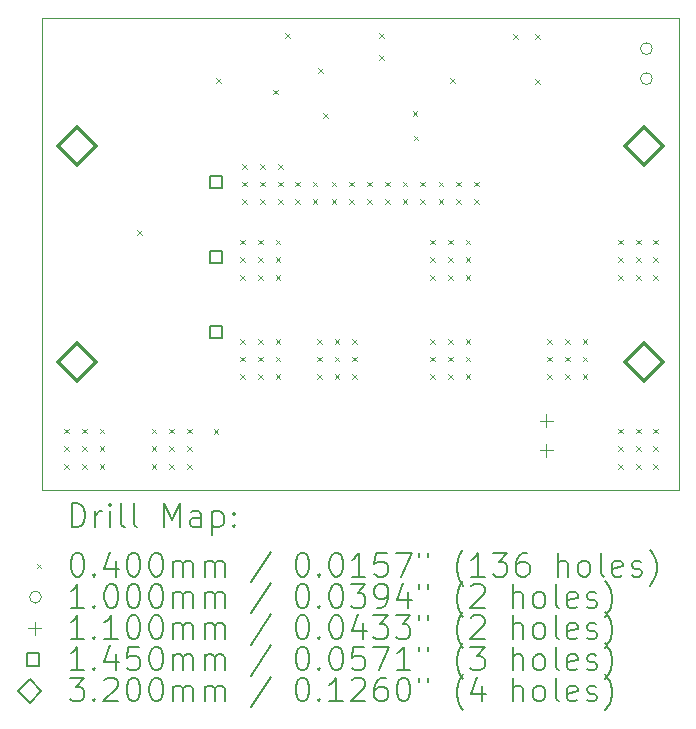
<source format=gbr>
%TF.GenerationSoftware,KiCad,Pcbnew,(6.0.8)*%
%TF.CreationDate,2022-10-20T22:21:02+02:00*%
%TF.ProjectId,WDSSR,57445353-522e-46b6-9963-61645f706362,rev?*%
%TF.SameCoordinates,PX7270e00PY4c4b400*%
%TF.FileFunction,Drillmap*%
%TF.FilePolarity,Positive*%
%FSLAX45Y45*%
G04 Gerber Fmt 4.5, Leading zero omitted, Abs format (unit mm)*
G04 Created by KiCad (PCBNEW (6.0.8)) date 2022-10-20 22:21:02*
%MOMM*%
%LPD*%
G01*
G04 APERTURE LIST*
%ADD10C,0.050000*%
%ADD11C,0.200000*%
%ADD12C,0.040000*%
%ADD13C,0.100000*%
%ADD14C,0.110000*%
%ADD15C,0.145000*%
%ADD16C,0.320000*%
G04 APERTURE END LIST*
D10*
X0Y-4000000D02*
X5400000Y-4000000D01*
X0Y0D02*
X5400000Y0D01*
X0Y0D02*
X0Y-4000000D01*
X5400000Y0D02*
X5400000Y-4000000D01*
D11*
D12*
X190000Y-3480000D02*
X230000Y-3520000D01*
X230000Y-3480000D02*
X190000Y-3520000D01*
X190000Y-3630000D02*
X230000Y-3670000D01*
X230000Y-3630000D02*
X190000Y-3670000D01*
X190000Y-3780000D02*
X230000Y-3820000D01*
X230000Y-3780000D02*
X190000Y-3820000D01*
X340000Y-3480000D02*
X380000Y-3520000D01*
X380000Y-3480000D02*
X340000Y-3520000D01*
X340000Y-3630000D02*
X380000Y-3670000D01*
X380000Y-3630000D02*
X340000Y-3670000D01*
X340000Y-3780000D02*
X380000Y-3820000D01*
X380000Y-3780000D02*
X340000Y-3820000D01*
X490000Y-3480000D02*
X530000Y-3520000D01*
X530000Y-3480000D02*
X490000Y-3520000D01*
X490000Y-3630000D02*
X530000Y-3670000D01*
X530000Y-3630000D02*
X490000Y-3670000D01*
X490000Y-3780000D02*
X530000Y-3820000D01*
X530000Y-3780000D02*
X490000Y-3820000D01*
X810000Y-1800000D02*
X850000Y-1840000D01*
X850000Y-1800000D02*
X810000Y-1840000D01*
X930000Y-3480000D02*
X970000Y-3520000D01*
X970000Y-3480000D02*
X930000Y-3520000D01*
X930000Y-3630000D02*
X970000Y-3670000D01*
X970000Y-3630000D02*
X930000Y-3670000D01*
X930000Y-3780000D02*
X970000Y-3820000D01*
X970000Y-3780000D02*
X930000Y-3820000D01*
X1080000Y-3480000D02*
X1120000Y-3520000D01*
X1120000Y-3480000D02*
X1080000Y-3520000D01*
X1080000Y-3630000D02*
X1120000Y-3670000D01*
X1120000Y-3630000D02*
X1080000Y-3670000D01*
X1080000Y-3780000D02*
X1120000Y-3820000D01*
X1120000Y-3780000D02*
X1080000Y-3820000D01*
X1230000Y-3480000D02*
X1270000Y-3520000D01*
X1270000Y-3480000D02*
X1230000Y-3520000D01*
X1230000Y-3630000D02*
X1270000Y-3670000D01*
X1270000Y-3630000D02*
X1230000Y-3670000D01*
X1230000Y-3780000D02*
X1270000Y-3820000D01*
X1270000Y-3780000D02*
X1230000Y-3820000D01*
X1455000Y-3485000D02*
X1495000Y-3525000D01*
X1495000Y-3485000D02*
X1455000Y-3525000D01*
X1480000Y-510000D02*
X1520000Y-550000D01*
X1520000Y-510000D02*
X1480000Y-550000D01*
X1680000Y-1880000D02*
X1720000Y-1920000D01*
X1720000Y-1880000D02*
X1680000Y-1920000D01*
X1680000Y-2030000D02*
X1720000Y-2070000D01*
X1720000Y-2030000D02*
X1680000Y-2070000D01*
X1680000Y-2180000D02*
X1720000Y-2220000D01*
X1720000Y-2180000D02*
X1680000Y-2220000D01*
X1680000Y-2720000D02*
X1720000Y-2760000D01*
X1720000Y-2720000D02*
X1680000Y-2760000D01*
X1680000Y-2870000D02*
X1720000Y-2910000D01*
X1720000Y-2870000D02*
X1680000Y-2910000D01*
X1680000Y-3020000D02*
X1720000Y-3060000D01*
X1720000Y-3020000D02*
X1680000Y-3060000D01*
X1700000Y-1240000D02*
X1740000Y-1280000D01*
X1740000Y-1240000D02*
X1700000Y-1280000D01*
X1700000Y-1390000D02*
X1740000Y-1430000D01*
X1740000Y-1390000D02*
X1700000Y-1430000D01*
X1700000Y-1540000D02*
X1740000Y-1580000D01*
X1740000Y-1540000D02*
X1700000Y-1580000D01*
X1830000Y-1880000D02*
X1870000Y-1920000D01*
X1870000Y-1880000D02*
X1830000Y-1920000D01*
X1830000Y-2030000D02*
X1870000Y-2070000D01*
X1870000Y-2030000D02*
X1830000Y-2070000D01*
X1830000Y-2180000D02*
X1870000Y-2220000D01*
X1870000Y-2180000D02*
X1830000Y-2220000D01*
X1830000Y-2720000D02*
X1870000Y-2760000D01*
X1870000Y-2720000D02*
X1830000Y-2760000D01*
X1830000Y-2870000D02*
X1870000Y-2910000D01*
X1870000Y-2870000D02*
X1830000Y-2910000D01*
X1830000Y-3020000D02*
X1870000Y-3060000D01*
X1870000Y-3020000D02*
X1830000Y-3060000D01*
X1850000Y-1240000D02*
X1890000Y-1280000D01*
X1890000Y-1240000D02*
X1850000Y-1280000D01*
X1850000Y-1390000D02*
X1890000Y-1430000D01*
X1890000Y-1390000D02*
X1850000Y-1430000D01*
X1850000Y-1540000D02*
X1890000Y-1580000D01*
X1890000Y-1540000D02*
X1850000Y-1580000D01*
X1960000Y-610000D02*
X2000000Y-650000D01*
X2000000Y-610000D02*
X1960000Y-650000D01*
X1980000Y-1880000D02*
X2020000Y-1920000D01*
X2020000Y-1880000D02*
X1980000Y-1920000D01*
X1980000Y-2030000D02*
X2020000Y-2070000D01*
X2020000Y-2030000D02*
X1980000Y-2070000D01*
X1980000Y-2180000D02*
X2020000Y-2220000D01*
X2020000Y-2180000D02*
X1980000Y-2220000D01*
X1980000Y-2720000D02*
X2020000Y-2760000D01*
X2020000Y-2720000D02*
X1980000Y-2760000D01*
X1980000Y-2870000D02*
X2020000Y-2910000D01*
X2020000Y-2870000D02*
X1980000Y-2910000D01*
X1980000Y-3020000D02*
X2020000Y-3060000D01*
X2020000Y-3020000D02*
X1980000Y-3060000D01*
X2000000Y-1240000D02*
X2040000Y-1280000D01*
X2040000Y-1240000D02*
X2000000Y-1280000D01*
X2000000Y-1390000D02*
X2040000Y-1430000D01*
X2040000Y-1390000D02*
X2000000Y-1430000D01*
X2000000Y-1540000D02*
X2040000Y-1580000D01*
X2040000Y-1540000D02*
X2000000Y-1580000D01*
X2060000Y-130000D02*
X2100000Y-170000D01*
X2100000Y-130000D02*
X2060000Y-170000D01*
X2145000Y-1390000D02*
X2185000Y-1430000D01*
X2185000Y-1390000D02*
X2145000Y-1430000D01*
X2145000Y-1540000D02*
X2185000Y-1580000D01*
X2185000Y-1540000D02*
X2145000Y-1580000D01*
X2295000Y-1390000D02*
X2335000Y-1430000D01*
X2335000Y-1390000D02*
X2295000Y-1430000D01*
X2295000Y-1540000D02*
X2335000Y-1580000D01*
X2335000Y-1540000D02*
X2295000Y-1580000D01*
X2330000Y-2720000D02*
X2370000Y-2760000D01*
X2370000Y-2720000D02*
X2330000Y-2760000D01*
X2330000Y-2870000D02*
X2370000Y-2910000D01*
X2370000Y-2870000D02*
X2330000Y-2910000D01*
X2330000Y-3020000D02*
X2370000Y-3060000D01*
X2370000Y-3020000D02*
X2330000Y-3060000D01*
X2340000Y-430000D02*
X2380000Y-470000D01*
X2380000Y-430000D02*
X2340000Y-470000D01*
X2380000Y-810000D02*
X2420000Y-850000D01*
X2420000Y-810000D02*
X2380000Y-850000D01*
X2455000Y-1390000D02*
X2495000Y-1430000D01*
X2495000Y-1390000D02*
X2455000Y-1430000D01*
X2455000Y-1540000D02*
X2495000Y-1580000D01*
X2495000Y-1540000D02*
X2455000Y-1580000D01*
X2480000Y-2720000D02*
X2520000Y-2760000D01*
X2520000Y-2720000D02*
X2480000Y-2760000D01*
X2480000Y-2870000D02*
X2520000Y-2910000D01*
X2520000Y-2870000D02*
X2480000Y-2910000D01*
X2480000Y-3020000D02*
X2520000Y-3060000D01*
X2520000Y-3020000D02*
X2480000Y-3060000D01*
X2605000Y-1390000D02*
X2645000Y-1430000D01*
X2645000Y-1390000D02*
X2605000Y-1430000D01*
X2605000Y-1540000D02*
X2645000Y-1580000D01*
X2645000Y-1540000D02*
X2605000Y-1580000D01*
X2630000Y-2720000D02*
X2670000Y-2760000D01*
X2670000Y-2720000D02*
X2630000Y-2760000D01*
X2630000Y-2870000D02*
X2670000Y-2910000D01*
X2670000Y-2870000D02*
X2630000Y-2910000D01*
X2630000Y-3020000D02*
X2670000Y-3060000D01*
X2670000Y-3020000D02*
X2630000Y-3060000D01*
X2755000Y-1390000D02*
X2795000Y-1430000D01*
X2795000Y-1390000D02*
X2755000Y-1430000D01*
X2755000Y-1540000D02*
X2795000Y-1580000D01*
X2795000Y-1540000D02*
X2755000Y-1580000D01*
X2860000Y-130000D02*
X2900000Y-170000D01*
X2900000Y-130000D02*
X2860000Y-170000D01*
X2860000Y-320000D02*
X2900000Y-360000D01*
X2900000Y-320000D02*
X2860000Y-360000D01*
X2905000Y-1390000D02*
X2945000Y-1430000D01*
X2945000Y-1390000D02*
X2905000Y-1430000D01*
X2905000Y-1540000D02*
X2945000Y-1580000D01*
X2945000Y-1540000D02*
X2905000Y-1580000D01*
X3055000Y-1390000D02*
X3095000Y-1430000D01*
X3095000Y-1390000D02*
X3055000Y-1430000D01*
X3055000Y-1540000D02*
X3095000Y-1580000D01*
X3095000Y-1540000D02*
X3055000Y-1580000D01*
X3140000Y-790000D02*
X3180000Y-830000D01*
X3180000Y-790000D02*
X3140000Y-830000D01*
X3150000Y-1000000D02*
X3190000Y-1040000D01*
X3190000Y-1000000D02*
X3150000Y-1040000D01*
X3205000Y-1390000D02*
X3245000Y-1430000D01*
X3245000Y-1390000D02*
X3205000Y-1430000D01*
X3205000Y-1540000D02*
X3245000Y-1580000D01*
X3245000Y-1540000D02*
X3205000Y-1580000D01*
X3290000Y-1880000D02*
X3330000Y-1920000D01*
X3330000Y-1880000D02*
X3290000Y-1920000D01*
X3290000Y-2030000D02*
X3330000Y-2070000D01*
X3330000Y-2030000D02*
X3290000Y-2070000D01*
X3290000Y-2180000D02*
X3330000Y-2220000D01*
X3330000Y-2180000D02*
X3290000Y-2220000D01*
X3290000Y-2720000D02*
X3330000Y-2760000D01*
X3330000Y-2720000D02*
X3290000Y-2760000D01*
X3290000Y-2870000D02*
X3330000Y-2910000D01*
X3330000Y-2870000D02*
X3290000Y-2910000D01*
X3290000Y-3020000D02*
X3330000Y-3060000D01*
X3330000Y-3020000D02*
X3290000Y-3060000D01*
X3360000Y-1390000D02*
X3400000Y-1430000D01*
X3400000Y-1390000D02*
X3360000Y-1430000D01*
X3360000Y-1540000D02*
X3400000Y-1580000D01*
X3400000Y-1540000D02*
X3360000Y-1580000D01*
X3440000Y-1880000D02*
X3480000Y-1920000D01*
X3480000Y-1880000D02*
X3440000Y-1920000D01*
X3440000Y-2030000D02*
X3480000Y-2070000D01*
X3480000Y-2030000D02*
X3440000Y-2070000D01*
X3440000Y-2180000D02*
X3480000Y-2220000D01*
X3480000Y-2180000D02*
X3440000Y-2220000D01*
X3440000Y-2720000D02*
X3480000Y-2760000D01*
X3480000Y-2720000D02*
X3440000Y-2760000D01*
X3440000Y-2870000D02*
X3480000Y-2910000D01*
X3480000Y-2870000D02*
X3440000Y-2910000D01*
X3440000Y-3020000D02*
X3480000Y-3060000D01*
X3480000Y-3020000D02*
X3440000Y-3060000D01*
X3460000Y-510000D02*
X3500000Y-550000D01*
X3500000Y-510000D02*
X3460000Y-550000D01*
X3510000Y-1390000D02*
X3550000Y-1430000D01*
X3550000Y-1390000D02*
X3510000Y-1430000D01*
X3510000Y-1540000D02*
X3550000Y-1580000D01*
X3550000Y-1540000D02*
X3510000Y-1580000D01*
X3590000Y-1880000D02*
X3630000Y-1920000D01*
X3630000Y-1880000D02*
X3590000Y-1920000D01*
X3590000Y-2030000D02*
X3630000Y-2070000D01*
X3630000Y-2030000D02*
X3590000Y-2070000D01*
X3590000Y-2180000D02*
X3630000Y-2220000D01*
X3630000Y-2180000D02*
X3590000Y-2220000D01*
X3590000Y-2720000D02*
X3630000Y-2760000D01*
X3630000Y-2720000D02*
X3590000Y-2760000D01*
X3590000Y-2870000D02*
X3630000Y-2910000D01*
X3630000Y-2870000D02*
X3590000Y-2910000D01*
X3590000Y-3020000D02*
X3630000Y-3060000D01*
X3630000Y-3020000D02*
X3590000Y-3060000D01*
X3660000Y-1390000D02*
X3700000Y-1430000D01*
X3700000Y-1390000D02*
X3660000Y-1430000D01*
X3660000Y-1540000D02*
X3700000Y-1580000D01*
X3700000Y-1540000D02*
X3660000Y-1580000D01*
X3990000Y-140000D02*
X4030000Y-180000D01*
X4030000Y-140000D02*
X3990000Y-180000D01*
X4180000Y-140000D02*
X4220000Y-180000D01*
X4220000Y-140000D02*
X4180000Y-180000D01*
X4180000Y-520000D02*
X4220000Y-560000D01*
X4220000Y-520000D02*
X4180000Y-560000D01*
X4280000Y-2720000D02*
X4320000Y-2760000D01*
X4320000Y-2720000D02*
X4280000Y-2760000D01*
X4280000Y-2870000D02*
X4320000Y-2910000D01*
X4320000Y-2870000D02*
X4280000Y-2910000D01*
X4280000Y-3020000D02*
X4320000Y-3060000D01*
X4320000Y-3020000D02*
X4280000Y-3060000D01*
X4430000Y-2720000D02*
X4470000Y-2760000D01*
X4470000Y-2720000D02*
X4430000Y-2760000D01*
X4430000Y-2870000D02*
X4470000Y-2910000D01*
X4470000Y-2870000D02*
X4430000Y-2910000D01*
X4430000Y-3020000D02*
X4470000Y-3060000D01*
X4470000Y-3020000D02*
X4430000Y-3060000D01*
X4580000Y-2720000D02*
X4620000Y-2760000D01*
X4620000Y-2720000D02*
X4580000Y-2760000D01*
X4580000Y-2870000D02*
X4620000Y-2910000D01*
X4620000Y-2870000D02*
X4580000Y-2910000D01*
X4580000Y-3020000D02*
X4620000Y-3060000D01*
X4620000Y-3020000D02*
X4580000Y-3060000D01*
X4880000Y-1880000D02*
X4920000Y-1920000D01*
X4920000Y-1880000D02*
X4880000Y-1920000D01*
X4880000Y-2030000D02*
X4920000Y-2070000D01*
X4920000Y-2030000D02*
X4880000Y-2070000D01*
X4880000Y-2180000D02*
X4920000Y-2220000D01*
X4920000Y-2180000D02*
X4880000Y-2220000D01*
X4880000Y-3480000D02*
X4920000Y-3520000D01*
X4920000Y-3480000D02*
X4880000Y-3520000D01*
X4880000Y-3630000D02*
X4920000Y-3670000D01*
X4920000Y-3630000D02*
X4880000Y-3670000D01*
X4880000Y-3780000D02*
X4920000Y-3820000D01*
X4920000Y-3780000D02*
X4880000Y-3820000D01*
X5030000Y-1880000D02*
X5070000Y-1920000D01*
X5070000Y-1880000D02*
X5030000Y-1920000D01*
X5030000Y-2030000D02*
X5070000Y-2070000D01*
X5070000Y-2030000D02*
X5030000Y-2070000D01*
X5030000Y-2180000D02*
X5070000Y-2220000D01*
X5070000Y-2180000D02*
X5030000Y-2220000D01*
X5030000Y-3480000D02*
X5070000Y-3520000D01*
X5070000Y-3480000D02*
X5030000Y-3520000D01*
X5030000Y-3630000D02*
X5070000Y-3670000D01*
X5070000Y-3630000D02*
X5030000Y-3670000D01*
X5030000Y-3780000D02*
X5070000Y-3820000D01*
X5070000Y-3780000D02*
X5030000Y-3820000D01*
X5180000Y-1880000D02*
X5220000Y-1920000D01*
X5220000Y-1880000D02*
X5180000Y-1920000D01*
X5180000Y-2030000D02*
X5220000Y-2070000D01*
X5220000Y-2030000D02*
X5180000Y-2070000D01*
X5180000Y-2180000D02*
X5220000Y-2220000D01*
X5220000Y-2180000D02*
X5180000Y-2220000D01*
X5180000Y-3480000D02*
X5220000Y-3520000D01*
X5220000Y-3480000D02*
X5180000Y-3520000D01*
X5180000Y-3630000D02*
X5220000Y-3670000D01*
X5220000Y-3630000D02*
X5180000Y-3670000D01*
X5180000Y-3780000D02*
X5220000Y-3820000D01*
X5220000Y-3780000D02*
X5180000Y-3820000D01*
D13*
X5170000Y-262500D02*
G75*
G03*
X5170000Y-262500I-50000J0D01*
G01*
X5170000Y-516500D02*
G75*
G03*
X5170000Y-516500I-50000J0D01*
G01*
D14*
X4270000Y-3357000D02*
X4270000Y-3467000D01*
X4215000Y-3412000D02*
X4325000Y-3412000D01*
X4270000Y-3607000D02*
X4270000Y-3717000D01*
X4215000Y-3662000D02*
X4325000Y-3662000D01*
D15*
X1524266Y-1440266D02*
X1524266Y-1337734D01*
X1421734Y-1337734D01*
X1421734Y-1440266D01*
X1524266Y-1440266D01*
X1524266Y-2075266D02*
X1524266Y-1972734D01*
X1421734Y-1972734D01*
X1421734Y-2075266D01*
X1524266Y-2075266D01*
X1524266Y-2710266D02*
X1524266Y-2607734D01*
X1421734Y-2607734D01*
X1421734Y-2710266D01*
X1524266Y-2710266D01*
D16*
X300000Y-1248000D02*
X460000Y-1088000D01*
X300000Y-928000D01*
X140000Y-1088000D01*
X300000Y-1248000D01*
X300000Y-3073000D02*
X460000Y-2913000D01*
X300000Y-2753000D01*
X140000Y-2913000D01*
X300000Y-3073000D01*
X5100000Y-1248000D02*
X5260000Y-1088000D01*
X5100000Y-928000D01*
X4940000Y-1088000D01*
X5100000Y-1248000D01*
X5100000Y-3073000D02*
X5260000Y-2913000D01*
X5100000Y-2753000D01*
X4940000Y-2913000D01*
X5100000Y-3073000D01*
D11*
X255119Y-4312976D02*
X255119Y-4112976D01*
X302738Y-4112976D01*
X331310Y-4122500D01*
X350357Y-4141548D01*
X359881Y-4160595D01*
X369405Y-4198690D01*
X369405Y-4227262D01*
X359881Y-4265357D01*
X350357Y-4284405D01*
X331310Y-4303452D01*
X302738Y-4312976D01*
X255119Y-4312976D01*
X455119Y-4312976D02*
X455119Y-4179643D01*
X455119Y-4217738D02*
X464643Y-4198690D01*
X474167Y-4189167D01*
X493214Y-4179643D01*
X512262Y-4179643D01*
X578929Y-4312976D02*
X578929Y-4179643D01*
X578929Y-4112976D02*
X569405Y-4122500D01*
X578929Y-4132024D01*
X588452Y-4122500D01*
X578929Y-4112976D01*
X578929Y-4132024D01*
X702738Y-4312976D02*
X683690Y-4303452D01*
X674167Y-4284405D01*
X674167Y-4112976D01*
X807500Y-4312976D02*
X788452Y-4303452D01*
X778928Y-4284405D01*
X778928Y-4112976D01*
X1036071Y-4312976D02*
X1036071Y-4112976D01*
X1102738Y-4255833D01*
X1169405Y-4112976D01*
X1169405Y-4312976D01*
X1350357Y-4312976D02*
X1350357Y-4208214D01*
X1340833Y-4189167D01*
X1321786Y-4179643D01*
X1283690Y-4179643D01*
X1264643Y-4189167D01*
X1350357Y-4303452D02*
X1331310Y-4312976D01*
X1283690Y-4312976D01*
X1264643Y-4303452D01*
X1255119Y-4284405D01*
X1255119Y-4265357D01*
X1264643Y-4246310D01*
X1283690Y-4236786D01*
X1331310Y-4236786D01*
X1350357Y-4227262D01*
X1445595Y-4179643D02*
X1445595Y-4379643D01*
X1445595Y-4189167D02*
X1464643Y-4179643D01*
X1502738Y-4179643D01*
X1521786Y-4189167D01*
X1531309Y-4198690D01*
X1540833Y-4217738D01*
X1540833Y-4274881D01*
X1531309Y-4293929D01*
X1521786Y-4303452D01*
X1502738Y-4312976D01*
X1464643Y-4312976D01*
X1445595Y-4303452D01*
X1626548Y-4293929D02*
X1636071Y-4303452D01*
X1626548Y-4312976D01*
X1617024Y-4303452D01*
X1626548Y-4293929D01*
X1626548Y-4312976D01*
X1626548Y-4189167D02*
X1636071Y-4198690D01*
X1626548Y-4208214D01*
X1617024Y-4198690D01*
X1626548Y-4189167D01*
X1626548Y-4208214D01*
D12*
X-42500Y-4622500D02*
X-2500Y-4662500D01*
X-2500Y-4622500D02*
X-42500Y-4662500D01*
D11*
X293214Y-4532976D02*
X312262Y-4532976D01*
X331310Y-4542500D01*
X340833Y-4552024D01*
X350357Y-4571071D01*
X359881Y-4609167D01*
X359881Y-4656786D01*
X350357Y-4694881D01*
X340833Y-4713929D01*
X331310Y-4723452D01*
X312262Y-4732976D01*
X293214Y-4732976D01*
X274167Y-4723452D01*
X264643Y-4713929D01*
X255119Y-4694881D01*
X245595Y-4656786D01*
X245595Y-4609167D01*
X255119Y-4571071D01*
X264643Y-4552024D01*
X274167Y-4542500D01*
X293214Y-4532976D01*
X445595Y-4713929D02*
X455119Y-4723452D01*
X445595Y-4732976D01*
X436071Y-4723452D01*
X445595Y-4713929D01*
X445595Y-4732976D01*
X626548Y-4599643D02*
X626548Y-4732976D01*
X578929Y-4523452D02*
X531310Y-4666310D01*
X655119Y-4666310D01*
X769405Y-4532976D02*
X788452Y-4532976D01*
X807500Y-4542500D01*
X817024Y-4552024D01*
X826548Y-4571071D01*
X836071Y-4609167D01*
X836071Y-4656786D01*
X826548Y-4694881D01*
X817024Y-4713929D01*
X807500Y-4723452D01*
X788452Y-4732976D01*
X769405Y-4732976D01*
X750357Y-4723452D01*
X740833Y-4713929D01*
X731309Y-4694881D01*
X721786Y-4656786D01*
X721786Y-4609167D01*
X731309Y-4571071D01*
X740833Y-4552024D01*
X750357Y-4542500D01*
X769405Y-4532976D01*
X959881Y-4532976D02*
X978928Y-4532976D01*
X997976Y-4542500D01*
X1007500Y-4552024D01*
X1017024Y-4571071D01*
X1026548Y-4609167D01*
X1026548Y-4656786D01*
X1017024Y-4694881D01*
X1007500Y-4713929D01*
X997976Y-4723452D01*
X978928Y-4732976D01*
X959881Y-4732976D01*
X940833Y-4723452D01*
X931309Y-4713929D01*
X921786Y-4694881D01*
X912262Y-4656786D01*
X912262Y-4609167D01*
X921786Y-4571071D01*
X931309Y-4552024D01*
X940833Y-4542500D01*
X959881Y-4532976D01*
X1112262Y-4732976D02*
X1112262Y-4599643D01*
X1112262Y-4618690D02*
X1121786Y-4609167D01*
X1140833Y-4599643D01*
X1169405Y-4599643D01*
X1188452Y-4609167D01*
X1197976Y-4628214D01*
X1197976Y-4732976D01*
X1197976Y-4628214D02*
X1207500Y-4609167D01*
X1226548Y-4599643D01*
X1255119Y-4599643D01*
X1274167Y-4609167D01*
X1283690Y-4628214D01*
X1283690Y-4732976D01*
X1378929Y-4732976D02*
X1378929Y-4599643D01*
X1378929Y-4618690D02*
X1388452Y-4609167D01*
X1407500Y-4599643D01*
X1436071Y-4599643D01*
X1455119Y-4609167D01*
X1464643Y-4628214D01*
X1464643Y-4732976D01*
X1464643Y-4628214D02*
X1474167Y-4609167D01*
X1493214Y-4599643D01*
X1521786Y-4599643D01*
X1540833Y-4609167D01*
X1550357Y-4628214D01*
X1550357Y-4732976D01*
X1940833Y-4523452D02*
X1769405Y-4780595D01*
X2197976Y-4532976D02*
X2217024Y-4532976D01*
X2236071Y-4542500D01*
X2245595Y-4552024D01*
X2255119Y-4571071D01*
X2264643Y-4609167D01*
X2264643Y-4656786D01*
X2255119Y-4694881D01*
X2245595Y-4713929D01*
X2236071Y-4723452D01*
X2217024Y-4732976D01*
X2197976Y-4732976D01*
X2178929Y-4723452D01*
X2169405Y-4713929D01*
X2159881Y-4694881D01*
X2150357Y-4656786D01*
X2150357Y-4609167D01*
X2159881Y-4571071D01*
X2169405Y-4552024D01*
X2178929Y-4542500D01*
X2197976Y-4532976D01*
X2350357Y-4713929D02*
X2359881Y-4723452D01*
X2350357Y-4732976D01*
X2340833Y-4723452D01*
X2350357Y-4713929D01*
X2350357Y-4732976D01*
X2483690Y-4532976D02*
X2502738Y-4532976D01*
X2521786Y-4542500D01*
X2531310Y-4552024D01*
X2540833Y-4571071D01*
X2550357Y-4609167D01*
X2550357Y-4656786D01*
X2540833Y-4694881D01*
X2531310Y-4713929D01*
X2521786Y-4723452D01*
X2502738Y-4732976D01*
X2483690Y-4732976D01*
X2464643Y-4723452D01*
X2455119Y-4713929D01*
X2445595Y-4694881D01*
X2436071Y-4656786D01*
X2436071Y-4609167D01*
X2445595Y-4571071D01*
X2455119Y-4552024D01*
X2464643Y-4542500D01*
X2483690Y-4532976D01*
X2740833Y-4732976D02*
X2626548Y-4732976D01*
X2683690Y-4732976D02*
X2683690Y-4532976D01*
X2664643Y-4561548D01*
X2645595Y-4580595D01*
X2626548Y-4590119D01*
X2921786Y-4532976D02*
X2826548Y-4532976D01*
X2817024Y-4628214D01*
X2826548Y-4618690D01*
X2845595Y-4609167D01*
X2893214Y-4609167D01*
X2912262Y-4618690D01*
X2921786Y-4628214D01*
X2931309Y-4647262D01*
X2931309Y-4694881D01*
X2921786Y-4713929D01*
X2912262Y-4723452D01*
X2893214Y-4732976D01*
X2845595Y-4732976D01*
X2826548Y-4723452D01*
X2817024Y-4713929D01*
X2997976Y-4532976D02*
X3131309Y-4532976D01*
X3045595Y-4732976D01*
X3197976Y-4532976D02*
X3197976Y-4571071D01*
X3274167Y-4532976D02*
X3274167Y-4571071D01*
X3569405Y-4809167D02*
X3559881Y-4799643D01*
X3540833Y-4771071D01*
X3531309Y-4752024D01*
X3521786Y-4723452D01*
X3512262Y-4675833D01*
X3512262Y-4637738D01*
X3521786Y-4590119D01*
X3531309Y-4561548D01*
X3540833Y-4542500D01*
X3559881Y-4513929D01*
X3569405Y-4504405D01*
X3750357Y-4732976D02*
X3636071Y-4732976D01*
X3693214Y-4732976D02*
X3693214Y-4532976D01*
X3674167Y-4561548D01*
X3655119Y-4580595D01*
X3636071Y-4590119D01*
X3817024Y-4532976D02*
X3940833Y-4532976D01*
X3874167Y-4609167D01*
X3902738Y-4609167D01*
X3921786Y-4618690D01*
X3931309Y-4628214D01*
X3940833Y-4647262D01*
X3940833Y-4694881D01*
X3931309Y-4713929D01*
X3921786Y-4723452D01*
X3902738Y-4732976D01*
X3845595Y-4732976D01*
X3826548Y-4723452D01*
X3817024Y-4713929D01*
X4112262Y-4532976D02*
X4074167Y-4532976D01*
X4055119Y-4542500D01*
X4045595Y-4552024D01*
X4026548Y-4580595D01*
X4017024Y-4618690D01*
X4017024Y-4694881D01*
X4026548Y-4713929D01*
X4036071Y-4723452D01*
X4055119Y-4732976D01*
X4093214Y-4732976D01*
X4112262Y-4723452D01*
X4121786Y-4713929D01*
X4131309Y-4694881D01*
X4131309Y-4647262D01*
X4121786Y-4628214D01*
X4112262Y-4618690D01*
X4093214Y-4609167D01*
X4055119Y-4609167D01*
X4036071Y-4618690D01*
X4026548Y-4628214D01*
X4017024Y-4647262D01*
X4369405Y-4732976D02*
X4369405Y-4532976D01*
X4455119Y-4732976D02*
X4455119Y-4628214D01*
X4445595Y-4609167D01*
X4426548Y-4599643D01*
X4397976Y-4599643D01*
X4378929Y-4609167D01*
X4369405Y-4618690D01*
X4578929Y-4732976D02*
X4559881Y-4723452D01*
X4550357Y-4713929D01*
X4540833Y-4694881D01*
X4540833Y-4637738D01*
X4550357Y-4618690D01*
X4559881Y-4609167D01*
X4578929Y-4599643D01*
X4607500Y-4599643D01*
X4626548Y-4609167D01*
X4636071Y-4618690D01*
X4645595Y-4637738D01*
X4645595Y-4694881D01*
X4636071Y-4713929D01*
X4626548Y-4723452D01*
X4607500Y-4732976D01*
X4578929Y-4732976D01*
X4759881Y-4732976D02*
X4740833Y-4723452D01*
X4731310Y-4704405D01*
X4731310Y-4532976D01*
X4912262Y-4723452D02*
X4893214Y-4732976D01*
X4855119Y-4732976D01*
X4836071Y-4723452D01*
X4826548Y-4704405D01*
X4826548Y-4628214D01*
X4836071Y-4609167D01*
X4855119Y-4599643D01*
X4893214Y-4599643D01*
X4912262Y-4609167D01*
X4921786Y-4628214D01*
X4921786Y-4647262D01*
X4826548Y-4666310D01*
X4997976Y-4723452D02*
X5017024Y-4732976D01*
X5055119Y-4732976D01*
X5074167Y-4723452D01*
X5083690Y-4704405D01*
X5083690Y-4694881D01*
X5074167Y-4675833D01*
X5055119Y-4666310D01*
X5026548Y-4666310D01*
X5007500Y-4656786D01*
X4997976Y-4637738D01*
X4997976Y-4628214D01*
X5007500Y-4609167D01*
X5026548Y-4599643D01*
X5055119Y-4599643D01*
X5074167Y-4609167D01*
X5150357Y-4809167D02*
X5159881Y-4799643D01*
X5178929Y-4771071D01*
X5188452Y-4752024D01*
X5197976Y-4723452D01*
X5207500Y-4675833D01*
X5207500Y-4637738D01*
X5197976Y-4590119D01*
X5188452Y-4561548D01*
X5178929Y-4542500D01*
X5159881Y-4513929D01*
X5150357Y-4504405D01*
D13*
X-2500Y-4906500D02*
G75*
G03*
X-2500Y-4906500I-50000J0D01*
G01*
D11*
X359881Y-4996976D02*
X245595Y-4996976D01*
X302738Y-4996976D02*
X302738Y-4796976D01*
X283690Y-4825548D01*
X264643Y-4844595D01*
X245595Y-4854119D01*
X445595Y-4977929D02*
X455119Y-4987452D01*
X445595Y-4996976D01*
X436071Y-4987452D01*
X445595Y-4977929D01*
X445595Y-4996976D01*
X578929Y-4796976D02*
X597976Y-4796976D01*
X617024Y-4806500D01*
X626548Y-4816024D01*
X636071Y-4835071D01*
X645595Y-4873167D01*
X645595Y-4920786D01*
X636071Y-4958881D01*
X626548Y-4977929D01*
X617024Y-4987452D01*
X597976Y-4996976D01*
X578929Y-4996976D01*
X559881Y-4987452D01*
X550357Y-4977929D01*
X540833Y-4958881D01*
X531310Y-4920786D01*
X531310Y-4873167D01*
X540833Y-4835071D01*
X550357Y-4816024D01*
X559881Y-4806500D01*
X578929Y-4796976D01*
X769405Y-4796976D02*
X788452Y-4796976D01*
X807500Y-4806500D01*
X817024Y-4816024D01*
X826548Y-4835071D01*
X836071Y-4873167D01*
X836071Y-4920786D01*
X826548Y-4958881D01*
X817024Y-4977929D01*
X807500Y-4987452D01*
X788452Y-4996976D01*
X769405Y-4996976D01*
X750357Y-4987452D01*
X740833Y-4977929D01*
X731309Y-4958881D01*
X721786Y-4920786D01*
X721786Y-4873167D01*
X731309Y-4835071D01*
X740833Y-4816024D01*
X750357Y-4806500D01*
X769405Y-4796976D01*
X959881Y-4796976D02*
X978928Y-4796976D01*
X997976Y-4806500D01*
X1007500Y-4816024D01*
X1017024Y-4835071D01*
X1026548Y-4873167D01*
X1026548Y-4920786D01*
X1017024Y-4958881D01*
X1007500Y-4977929D01*
X997976Y-4987452D01*
X978928Y-4996976D01*
X959881Y-4996976D01*
X940833Y-4987452D01*
X931309Y-4977929D01*
X921786Y-4958881D01*
X912262Y-4920786D01*
X912262Y-4873167D01*
X921786Y-4835071D01*
X931309Y-4816024D01*
X940833Y-4806500D01*
X959881Y-4796976D01*
X1112262Y-4996976D02*
X1112262Y-4863643D01*
X1112262Y-4882690D02*
X1121786Y-4873167D01*
X1140833Y-4863643D01*
X1169405Y-4863643D01*
X1188452Y-4873167D01*
X1197976Y-4892214D01*
X1197976Y-4996976D01*
X1197976Y-4892214D02*
X1207500Y-4873167D01*
X1226548Y-4863643D01*
X1255119Y-4863643D01*
X1274167Y-4873167D01*
X1283690Y-4892214D01*
X1283690Y-4996976D01*
X1378929Y-4996976D02*
X1378929Y-4863643D01*
X1378929Y-4882690D02*
X1388452Y-4873167D01*
X1407500Y-4863643D01*
X1436071Y-4863643D01*
X1455119Y-4873167D01*
X1464643Y-4892214D01*
X1464643Y-4996976D01*
X1464643Y-4892214D02*
X1474167Y-4873167D01*
X1493214Y-4863643D01*
X1521786Y-4863643D01*
X1540833Y-4873167D01*
X1550357Y-4892214D01*
X1550357Y-4996976D01*
X1940833Y-4787452D02*
X1769405Y-5044595D01*
X2197976Y-4796976D02*
X2217024Y-4796976D01*
X2236071Y-4806500D01*
X2245595Y-4816024D01*
X2255119Y-4835071D01*
X2264643Y-4873167D01*
X2264643Y-4920786D01*
X2255119Y-4958881D01*
X2245595Y-4977929D01*
X2236071Y-4987452D01*
X2217024Y-4996976D01*
X2197976Y-4996976D01*
X2178929Y-4987452D01*
X2169405Y-4977929D01*
X2159881Y-4958881D01*
X2150357Y-4920786D01*
X2150357Y-4873167D01*
X2159881Y-4835071D01*
X2169405Y-4816024D01*
X2178929Y-4806500D01*
X2197976Y-4796976D01*
X2350357Y-4977929D02*
X2359881Y-4987452D01*
X2350357Y-4996976D01*
X2340833Y-4987452D01*
X2350357Y-4977929D01*
X2350357Y-4996976D01*
X2483690Y-4796976D02*
X2502738Y-4796976D01*
X2521786Y-4806500D01*
X2531310Y-4816024D01*
X2540833Y-4835071D01*
X2550357Y-4873167D01*
X2550357Y-4920786D01*
X2540833Y-4958881D01*
X2531310Y-4977929D01*
X2521786Y-4987452D01*
X2502738Y-4996976D01*
X2483690Y-4996976D01*
X2464643Y-4987452D01*
X2455119Y-4977929D01*
X2445595Y-4958881D01*
X2436071Y-4920786D01*
X2436071Y-4873167D01*
X2445595Y-4835071D01*
X2455119Y-4816024D01*
X2464643Y-4806500D01*
X2483690Y-4796976D01*
X2617024Y-4796976D02*
X2740833Y-4796976D01*
X2674167Y-4873167D01*
X2702738Y-4873167D01*
X2721786Y-4882690D01*
X2731310Y-4892214D01*
X2740833Y-4911262D01*
X2740833Y-4958881D01*
X2731310Y-4977929D01*
X2721786Y-4987452D01*
X2702738Y-4996976D01*
X2645595Y-4996976D01*
X2626548Y-4987452D01*
X2617024Y-4977929D01*
X2836071Y-4996976D02*
X2874167Y-4996976D01*
X2893214Y-4987452D01*
X2902738Y-4977929D01*
X2921786Y-4949357D01*
X2931309Y-4911262D01*
X2931309Y-4835071D01*
X2921786Y-4816024D01*
X2912262Y-4806500D01*
X2893214Y-4796976D01*
X2855119Y-4796976D01*
X2836071Y-4806500D01*
X2826548Y-4816024D01*
X2817024Y-4835071D01*
X2817024Y-4882690D01*
X2826548Y-4901738D01*
X2836071Y-4911262D01*
X2855119Y-4920786D01*
X2893214Y-4920786D01*
X2912262Y-4911262D01*
X2921786Y-4901738D01*
X2931309Y-4882690D01*
X3102738Y-4863643D02*
X3102738Y-4996976D01*
X3055119Y-4787452D02*
X3007500Y-4930310D01*
X3131309Y-4930310D01*
X3197976Y-4796976D02*
X3197976Y-4835071D01*
X3274167Y-4796976D02*
X3274167Y-4835071D01*
X3569405Y-5073167D02*
X3559881Y-5063643D01*
X3540833Y-5035071D01*
X3531309Y-5016024D01*
X3521786Y-4987452D01*
X3512262Y-4939833D01*
X3512262Y-4901738D01*
X3521786Y-4854119D01*
X3531309Y-4825548D01*
X3540833Y-4806500D01*
X3559881Y-4777929D01*
X3569405Y-4768405D01*
X3636071Y-4816024D02*
X3645595Y-4806500D01*
X3664643Y-4796976D01*
X3712262Y-4796976D01*
X3731309Y-4806500D01*
X3740833Y-4816024D01*
X3750357Y-4835071D01*
X3750357Y-4854119D01*
X3740833Y-4882690D01*
X3626548Y-4996976D01*
X3750357Y-4996976D01*
X3988452Y-4996976D02*
X3988452Y-4796976D01*
X4074167Y-4996976D02*
X4074167Y-4892214D01*
X4064643Y-4873167D01*
X4045595Y-4863643D01*
X4017024Y-4863643D01*
X3997976Y-4873167D01*
X3988452Y-4882690D01*
X4197976Y-4996976D02*
X4178928Y-4987452D01*
X4169405Y-4977929D01*
X4159881Y-4958881D01*
X4159881Y-4901738D01*
X4169405Y-4882690D01*
X4178928Y-4873167D01*
X4197976Y-4863643D01*
X4226548Y-4863643D01*
X4245595Y-4873167D01*
X4255119Y-4882690D01*
X4264643Y-4901738D01*
X4264643Y-4958881D01*
X4255119Y-4977929D01*
X4245595Y-4987452D01*
X4226548Y-4996976D01*
X4197976Y-4996976D01*
X4378929Y-4996976D02*
X4359881Y-4987452D01*
X4350357Y-4968405D01*
X4350357Y-4796976D01*
X4531310Y-4987452D02*
X4512262Y-4996976D01*
X4474167Y-4996976D01*
X4455119Y-4987452D01*
X4445595Y-4968405D01*
X4445595Y-4892214D01*
X4455119Y-4873167D01*
X4474167Y-4863643D01*
X4512262Y-4863643D01*
X4531310Y-4873167D01*
X4540833Y-4892214D01*
X4540833Y-4911262D01*
X4445595Y-4930310D01*
X4617024Y-4987452D02*
X4636071Y-4996976D01*
X4674167Y-4996976D01*
X4693214Y-4987452D01*
X4702738Y-4968405D01*
X4702738Y-4958881D01*
X4693214Y-4939833D01*
X4674167Y-4930310D01*
X4645595Y-4930310D01*
X4626548Y-4920786D01*
X4617024Y-4901738D01*
X4617024Y-4892214D01*
X4626548Y-4873167D01*
X4645595Y-4863643D01*
X4674167Y-4863643D01*
X4693214Y-4873167D01*
X4769405Y-5073167D02*
X4778929Y-5063643D01*
X4797976Y-5035071D01*
X4807500Y-5016024D01*
X4817024Y-4987452D01*
X4826548Y-4939833D01*
X4826548Y-4901738D01*
X4817024Y-4854119D01*
X4807500Y-4825548D01*
X4797976Y-4806500D01*
X4778929Y-4777929D01*
X4769405Y-4768405D01*
D14*
X-57500Y-5115500D02*
X-57500Y-5225500D01*
X-112500Y-5170500D02*
X-2500Y-5170500D01*
D11*
X359881Y-5260976D02*
X245595Y-5260976D01*
X302738Y-5260976D02*
X302738Y-5060976D01*
X283690Y-5089548D01*
X264643Y-5108595D01*
X245595Y-5118119D01*
X445595Y-5241929D02*
X455119Y-5251452D01*
X445595Y-5260976D01*
X436071Y-5251452D01*
X445595Y-5241929D01*
X445595Y-5260976D01*
X645595Y-5260976D02*
X531310Y-5260976D01*
X588452Y-5260976D02*
X588452Y-5060976D01*
X569405Y-5089548D01*
X550357Y-5108595D01*
X531310Y-5118119D01*
X769405Y-5060976D02*
X788452Y-5060976D01*
X807500Y-5070500D01*
X817024Y-5080024D01*
X826548Y-5099071D01*
X836071Y-5137167D01*
X836071Y-5184786D01*
X826548Y-5222881D01*
X817024Y-5241929D01*
X807500Y-5251452D01*
X788452Y-5260976D01*
X769405Y-5260976D01*
X750357Y-5251452D01*
X740833Y-5241929D01*
X731309Y-5222881D01*
X721786Y-5184786D01*
X721786Y-5137167D01*
X731309Y-5099071D01*
X740833Y-5080024D01*
X750357Y-5070500D01*
X769405Y-5060976D01*
X959881Y-5060976D02*
X978928Y-5060976D01*
X997976Y-5070500D01*
X1007500Y-5080024D01*
X1017024Y-5099071D01*
X1026548Y-5137167D01*
X1026548Y-5184786D01*
X1017024Y-5222881D01*
X1007500Y-5241929D01*
X997976Y-5251452D01*
X978928Y-5260976D01*
X959881Y-5260976D01*
X940833Y-5251452D01*
X931309Y-5241929D01*
X921786Y-5222881D01*
X912262Y-5184786D01*
X912262Y-5137167D01*
X921786Y-5099071D01*
X931309Y-5080024D01*
X940833Y-5070500D01*
X959881Y-5060976D01*
X1112262Y-5260976D02*
X1112262Y-5127643D01*
X1112262Y-5146690D02*
X1121786Y-5137167D01*
X1140833Y-5127643D01*
X1169405Y-5127643D01*
X1188452Y-5137167D01*
X1197976Y-5156214D01*
X1197976Y-5260976D01*
X1197976Y-5156214D02*
X1207500Y-5137167D01*
X1226548Y-5127643D01*
X1255119Y-5127643D01*
X1274167Y-5137167D01*
X1283690Y-5156214D01*
X1283690Y-5260976D01*
X1378929Y-5260976D02*
X1378929Y-5127643D01*
X1378929Y-5146690D02*
X1388452Y-5137167D01*
X1407500Y-5127643D01*
X1436071Y-5127643D01*
X1455119Y-5137167D01*
X1464643Y-5156214D01*
X1464643Y-5260976D01*
X1464643Y-5156214D02*
X1474167Y-5137167D01*
X1493214Y-5127643D01*
X1521786Y-5127643D01*
X1540833Y-5137167D01*
X1550357Y-5156214D01*
X1550357Y-5260976D01*
X1940833Y-5051452D02*
X1769405Y-5308595D01*
X2197976Y-5060976D02*
X2217024Y-5060976D01*
X2236071Y-5070500D01*
X2245595Y-5080024D01*
X2255119Y-5099071D01*
X2264643Y-5137167D01*
X2264643Y-5184786D01*
X2255119Y-5222881D01*
X2245595Y-5241929D01*
X2236071Y-5251452D01*
X2217024Y-5260976D01*
X2197976Y-5260976D01*
X2178929Y-5251452D01*
X2169405Y-5241929D01*
X2159881Y-5222881D01*
X2150357Y-5184786D01*
X2150357Y-5137167D01*
X2159881Y-5099071D01*
X2169405Y-5080024D01*
X2178929Y-5070500D01*
X2197976Y-5060976D01*
X2350357Y-5241929D02*
X2359881Y-5251452D01*
X2350357Y-5260976D01*
X2340833Y-5251452D01*
X2350357Y-5241929D01*
X2350357Y-5260976D01*
X2483690Y-5060976D02*
X2502738Y-5060976D01*
X2521786Y-5070500D01*
X2531310Y-5080024D01*
X2540833Y-5099071D01*
X2550357Y-5137167D01*
X2550357Y-5184786D01*
X2540833Y-5222881D01*
X2531310Y-5241929D01*
X2521786Y-5251452D01*
X2502738Y-5260976D01*
X2483690Y-5260976D01*
X2464643Y-5251452D01*
X2455119Y-5241929D01*
X2445595Y-5222881D01*
X2436071Y-5184786D01*
X2436071Y-5137167D01*
X2445595Y-5099071D01*
X2455119Y-5080024D01*
X2464643Y-5070500D01*
X2483690Y-5060976D01*
X2721786Y-5127643D02*
X2721786Y-5260976D01*
X2674167Y-5051452D02*
X2626548Y-5194310D01*
X2750357Y-5194310D01*
X2807500Y-5060976D02*
X2931309Y-5060976D01*
X2864643Y-5137167D01*
X2893214Y-5137167D01*
X2912262Y-5146690D01*
X2921786Y-5156214D01*
X2931309Y-5175262D01*
X2931309Y-5222881D01*
X2921786Y-5241929D01*
X2912262Y-5251452D01*
X2893214Y-5260976D01*
X2836071Y-5260976D01*
X2817024Y-5251452D01*
X2807500Y-5241929D01*
X2997976Y-5060976D02*
X3121786Y-5060976D01*
X3055119Y-5137167D01*
X3083690Y-5137167D01*
X3102738Y-5146690D01*
X3112262Y-5156214D01*
X3121786Y-5175262D01*
X3121786Y-5222881D01*
X3112262Y-5241929D01*
X3102738Y-5251452D01*
X3083690Y-5260976D01*
X3026548Y-5260976D01*
X3007500Y-5251452D01*
X2997976Y-5241929D01*
X3197976Y-5060976D02*
X3197976Y-5099071D01*
X3274167Y-5060976D02*
X3274167Y-5099071D01*
X3569405Y-5337167D02*
X3559881Y-5327643D01*
X3540833Y-5299071D01*
X3531309Y-5280024D01*
X3521786Y-5251452D01*
X3512262Y-5203833D01*
X3512262Y-5165738D01*
X3521786Y-5118119D01*
X3531309Y-5089548D01*
X3540833Y-5070500D01*
X3559881Y-5041929D01*
X3569405Y-5032405D01*
X3636071Y-5080024D02*
X3645595Y-5070500D01*
X3664643Y-5060976D01*
X3712262Y-5060976D01*
X3731309Y-5070500D01*
X3740833Y-5080024D01*
X3750357Y-5099071D01*
X3750357Y-5118119D01*
X3740833Y-5146690D01*
X3626548Y-5260976D01*
X3750357Y-5260976D01*
X3988452Y-5260976D02*
X3988452Y-5060976D01*
X4074167Y-5260976D02*
X4074167Y-5156214D01*
X4064643Y-5137167D01*
X4045595Y-5127643D01*
X4017024Y-5127643D01*
X3997976Y-5137167D01*
X3988452Y-5146690D01*
X4197976Y-5260976D02*
X4178928Y-5251452D01*
X4169405Y-5241929D01*
X4159881Y-5222881D01*
X4159881Y-5165738D01*
X4169405Y-5146690D01*
X4178928Y-5137167D01*
X4197976Y-5127643D01*
X4226548Y-5127643D01*
X4245595Y-5137167D01*
X4255119Y-5146690D01*
X4264643Y-5165738D01*
X4264643Y-5222881D01*
X4255119Y-5241929D01*
X4245595Y-5251452D01*
X4226548Y-5260976D01*
X4197976Y-5260976D01*
X4378929Y-5260976D02*
X4359881Y-5251452D01*
X4350357Y-5232405D01*
X4350357Y-5060976D01*
X4531310Y-5251452D02*
X4512262Y-5260976D01*
X4474167Y-5260976D01*
X4455119Y-5251452D01*
X4445595Y-5232405D01*
X4445595Y-5156214D01*
X4455119Y-5137167D01*
X4474167Y-5127643D01*
X4512262Y-5127643D01*
X4531310Y-5137167D01*
X4540833Y-5156214D01*
X4540833Y-5175262D01*
X4445595Y-5194310D01*
X4617024Y-5251452D02*
X4636071Y-5260976D01*
X4674167Y-5260976D01*
X4693214Y-5251452D01*
X4702738Y-5232405D01*
X4702738Y-5222881D01*
X4693214Y-5203833D01*
X4674167Y-5194310D01*
X4645595Y-5194310D01*
X4626548Y-5184786D01*
X4617024Y-5165738D01*
X4617024Y-5156214D01*
X4626548Y-5137167D01*
X4645595Y-5127643D01*
X4674167Y-5127643D01*
X4693214Y-5137167D01*
X4769405Y-5337167D02*
X4778929Y-5327643D01*
X4797976Y-5299071D01*
X4807500Y-5280024D01*
X4817024Y-5251452D01*
X4826548Y-5203833D01*
X4826548Y-5165738D01*
X4817024Y-5118119D01*
X4807500Y-5089548D01*
X4797976Y-5070500D01*
X4778929Y-5041929D01*
X4769405Y-5032405D01*
D15*
X-23734Y-5485766D02*
X-23734Y-5383234D01*
X-126266Y-5383234D01*
X-126266Y-5485766D01*
X-23734Y-5485766D01*
D11*
X359881Y-5524976D02*
X245595Y-5524976D01*
X302738Y-5524976D02*
X302738Y-5324976D01*
X283690Y-5353548D01*
X264643Y-5372595D01*
X245595Y-5382119D01*
X445595Y-5505929D02*
X455119Y-5515452D01*
X445595Y-5524976D01*
X436071Y-5515452D01*
X445595Y-5505929D01*
X445595Y-5524976D01*
X626548Y-5391643D02*
X626548Y-5524976D01*
X578929Y-5315452D02*
X531310Y-5458310D01*
X655119Y-5458310D01*
X826548Y-5324976D02*
X731309Y-5324976D01*
X721786Y-5420214D01*
X731309Y-5410690D01*
X750357Y-5401167D01*
X797976Y-5401167D01*
X817024Y-5410690D01*
X826548Y-5420214D01*
X836071Y-5439262D01*
X836071Y-5486881D01*
X826548Y-5505929D01*
X817024Y-5515452D01*
X797976Y-5524976D01*
X750357Y-5524976D01*
X731309Y-5515452D01*
X721786Y-5505929D01*
X959881Y-5324976D02*
X978928Y-5324976D01*
X997976Y-5334500D01*
X1007500Y-5344024D01*
X1017024Y-5363071D01*
X1026548Y-5401167D01*
X1026548Y-5448786D01*
X1017024Y-5486881D01*
X1007500Y-5505929D01*
X997976Y-5515452D01*
X978928Y-5524976D01*
X959881Y-5524976D01*
X940833Y-5515452D01*
X931309Y-5505929D01*
X921786Y-5486881D01*
X912262Y-5448786D01*
X912262Y-5401167D01*
X921786Y-5363071D01*
X931309Y-5344024D01*
X940833Y-5334500D01*
X959881Y-5324976D01*
X1112262Y-5524976D02*
X1112262Y-5391643D01*
X1112262Y-5410690D02*
X1121786Y-5401167D01*
X1140833Y-5391643D01*
X1169405Y-5391643D01*
X1188452Y-5401167D01*
X1197976Y-5420214D01*
X1197976Y-5524976D01*
X1197976Y-5420214D02*
X1207500Y-5401167D01*
X1226548Y-5391643D01*
X1255119Y-5391643D01*
X1274167Y-5401167D01*
X1283690Y-5420214D01*
X1283690Y-5524976D01*
X1378929Y-5524976D02*
X1378929Y-5391643D01*
X1378929Y-5410690D02*
X1388452Y-5401167D01*
X1407500Y-5391643D01*
X1436071Y-5391643D01*
X1455119Y-5401167D01*
X1464643Y-5420214D01*
X1464643Y-5524976D01*
X1464643Y-5420214D02*
X1474167Y-5401167D01*
X1493214Y-5391643D01*
X1521786Y-5391643D01*
X1540833Y-5401167D01*
X1550357Y-5420214D01*
X1550357Y-5524976D01*
X1940833Y-5315452D02*
X1769405Y-5572595D01*
X2197976Y-5324976D02*
X2217024Y-5324976D01*
X2236071Y-5334500D01*
X2245595Y-5344024D01*
X2255119Y-5363071D01*
X2264643Y-5401167D01*
X2264643Y-5448786D01*
X2255119Y-5486881D01*
X2245595Y-5505929D01*
X2236071Y-5515452D01*
X2217024Y-5524976D01*
X2197976Y-5524976D01*
X2178929Y-5515452D01*
X2169405Y-5505929D01*
X2159881Y-5486881D01*
X2150357Y-5448786D01*
X2150357Y-5401167D01*
X2159881Y-5363071D01*
X2169405Y-5344024D01*
X2178929Y-5334500D01*
X2197976Y-5324976D01*
X2350357Y-5505929D02*
X2359881Y-5515452D01*
X2350357Y-5524976D01*
X2340833Y-5515452D01*
X2350357Y-5505929D01*
X2350357Y-5524976D01*
X2483690Y-5324976D02*
X2502738Y-5324976D01*
X2521786Y-5334500D01*
X2531310Y-5344024D01*
X2540833Y-5363071D01*
X2550357Y-5401167D01*
X2550357Y-5448786D01*
X2540833Y-5486881D01*
X2531310Y-5505929D01*
X2521786Y-5515452D01*
X2502738Y-5524976D01*
X2483690Y-5524976D01*
X2464643Y-5515452D01*
X2455119Y-5505929D01*
X2445595Y-5486881D01*
X2436071Y-5448786D01*
X2436071Y-5401167D01*
X2445595Y-5363071D01*
X2455119Y-5344024D01*
X2464643Y-5334500D01*
X2483690Y-5324976D01*
X2731310Y-5324976D02*
X2636071Y-5324976D01*
X2626548Y-5420214D01*
X2636071Y-5410690D01*
X2655119Y-5401167D01*
X2702738Y-5401167D01*
X2721786Y-5410690D01*
X2731310Y-5420214D01*
X2740833Y-5439262D01*
X2740833Y-5486881D01*
X2731310Y-5505929D01*
X2721786Y-5515452D01*
X2702738Y-5524976D01*
X2655119Y-5524976D01*
X2636071Y-5515452D01*
X2626548Y-5505929D01*
X2807500Y-5324976D02*
X2940833Y-5324976D01*
X2855119Y-5524976D01*
X3121786Y-5524976D02*
X3007500Y-5524976D01*
X3064643Y-5524976D02*
X3064643Y-5324976D01*
X3045595Y-5353548D01*
X3026548Y-5372595D01*
X3007500Y-5382119D01*
X3197976Y-5324976D02*
X3197976Y-5363071D01*
X3274167Y-5324976D02*
X3274167Y-5363071D01*
X3569405Y-5601167D02*
X3559881Y-5591643D01*
X3540833Y-5563071D01*
X3531309Y-5544024D01*
X3521786Y-5515452D01*
X3512262Y-5467833D01*
X3512262Y-5429738D01*
X3521786Y-5382119D01*
X3531309Y-5353548D01*
X3540833Y-5334500D01*
X3559881Y-5305929D01*
X3569405Y-5296405D01*
X3626548Y-5324976D02*
X3750357Y-5324976D01*
X3683690Y-5401167D01*
X3712262Y-5401167D01*
X3731309Y-5410690D01*
X3740833Y-5420214D01*
X3750357Y-5439262D01*
X3750357Y-5486881D01*
X3740833Y-5505929D01*
X3731309Y-5515452D01*
X3712262Y-5524976D01*
X3655119Y-5524976D01*
X3636071Y-5515452D01*
X3626548Y-5505929D01*
X3988452Y-5524976D02*
X3988452Y-5324976D01*
X4074167Y-5524976D02*
X4074167Y-5420214D01*
X4064643Y-5401167D01*
X4045595Y-5391643D01*
X4017024Y-5391643D01*
X3997976Y-5401167D01*
X3988452Y-5410690D01*
X4197976Y-5524976D02*
X4178928Y-5515452D01*
X4169405Y-5505929D01*
X4159881Y-5486881D01*
X4159881Y-5429738D01*
X4169405Y-5410690D01*
X4178928Y-5401167D01*
X4197976Y-5391643D01*
X4226548Y-5391643D01*
X4245595Y-5401167D01*
X4255119Y-5410690D01*
X4264643Y-5429738D01*
X4264643Y-5486881D01*
X4255119Y-5505929D01*
X4245595Y-5515452D01*
X4226548Y-5524976D01*
X4197976Y-5524976D01*
X4378929Y-5524976D02*
X4359881Y-5515452D01*
X4350357Y-5496405D01*
X4350357Y-5324976D01*
X4531310Y-5515452D02*
X4512262Y-5524976D01*
X4474167Y-5524976D01*
X4455119Y-5515452D01*
X4445595Y-5496405D01*
X4445595Y-5420214D01*
X4455119Y-5401167D01*
X4474167Y-5391643D01*
X4512262Y-5391643D01*
X4531310Y-5401167D01*
X4540833Y-5420214D01*
X4540833Y-5439262D01*
X4445595Y-5458310D01*
X4617024Y-5515452D02*
X4636071Y-5524976D01*
X4674167Y-5524976D01*
X4693214Y-5515452D01*
X4702738Y-5496405D01*
X4702738Y-5486881D01*
X4693214Y-5467833D01*
X4674167Y-5458310D01*
X4645595Y-5458310D01*
X4626548Y-5448786D01*
X4617024Y-5429738D01*
X4617024Y-5420214D01*
X4626548Y-5401167D01*
X4645595Y-5391643D01*
X4674167Y-5391643D01*
X4693214Y-5401167D01*
X4769405Y-5601167D02*
X4778929Y-5591643D01*
X4797976Y-5563071D01*
X4807500Y-5544024D01*
X4817024Y-5515452D01*
X4826548Y-5467833D01*
X4826548Y-5429738D01*
X4817024Y-5382119D01*
X4807500Y-5353548D01*
X4797976Y-5334500D01*
X4778929Y-5305929D01*
X4769405Y-5296405D01*
X-102500Y-5799500D02*
X-2500Y-5699500D01*
X-102500Y-5599500D01*
X-202500Y-5699500D01*
X-102500Y-5799500D01*
X236071Y-5589976D02*
X359881Y-5589976D01*
X293214Y-5666167D01*
X321786Y-5666167D01*
X340833Y-5675690D01*
X350357Y-5685214D01*
X359881Y-5704262D01*
X359881Y-5751881D01*
X350357Y-5770928D01*
X340833Y-5780452D01*
X321786Y-5789976D01*
X264643Y-5789976D01*
X245595Y-5780452D01*
X236071Y-5770928D01*
X445595Y-5770928D02*
X455119Y-5780452D01*
X445595Y-5789976D01*
X436071Y-5780452D01*
X445595Y-5770928D01*
X445595Y-5789976D01*
X531310Y-5609024D02*
X540833Y-5599500D01*
X559881Y-5589976D01*
X607500Y-5589976D01*
X626548Y-5599500D01*
X636071Y-5609024D01*
X645595Y-5628071D01*
X645595Y-5647119D01*
X636071Y-5675690D01*
X521786Y-5789976D01*
X645595Y-5789976D01*
X769405Y-5589976D02*
X788452Y-5589976D01*
X807500Y-5599500D01*
X817024Y-5609024D01*
X826548Y-5628071D01*
X836071Y-5666167D01*
X836071Y-5713786D01*
X826548Y-5751881D01*
X817024Y-5770928D01*
X807500Y-5780452D01*
X788452Y-5789976D01*
X769405Y-5789976D01*
X750357Y-5780452D01*
X740833Y-5770928D01*
X731309Y-5751881D01*
X721786Y-5713786D01*
X721786Y-5666167D01*
X731309Y-5628071D01*
X740833Y-5609024D01*
X750357Y-5599500D01*
X769405Y-5589976D01*
X959881Y-5589976D02*
X978928Y-5589976D01*
X997976Y-5599500D01*
X1007500Y-5609024D01*
X1017024Y-5628071D01*
X1026548Y-5666167D01*
X1026548Y-5713786D01*
X1017024Y-5751881D01*
X1007500Y-5770928D01*
X997976Y-5780452D01*
X978928Y-5789976D01*
X959881Y-5789976D01*
X940833Y-5780452D01*
X931309Y-5770928D01*
X921786Y-5751881D01*
X912262Y-5713786D01*
X912262Y-5666167D01*
X921786Y-5628071D01*
X931309Y-5609024D01*
X940833Y-5599500D01*
X959881Y-5589976D01*
X1112262Y-5789976D02*
X1112262Y-5656643D01*
X1112262Y-5675690D02*
X1121786Y-5666167D01*
X1140833Y-5656643D01*
X1169405Y-5656643D01*
X1188452Y-5666167D01*
X1197976Y-5685214D01*
X1197976Y-5789976D01*
X1197976Y-5685214D02*
X1207500Y-5666167D01*
X1226548Y-5656643D01*
X1255119Y-5656643D01*
X1274167Y-5666167D01*
X1283690Y-5685214D01*
X1283690Y-5789976D01*
X1378929Y-5789976D02*
X1378929Y-5656643D01*
X1378929Y-5675690D02*
X1388452Y-5666167D01*
X1407500Y-5656643D01*
X1436071Y-5656643D01*
X1455119Y-5666167D01*
X1464643Y-5685214D01*
X1464643Y-5789976D01*
X1464643Y-5685214D02*
X1474167Y-5666167D01*
X1493214Y-5656643D01*
X1521786Y-5656643D01*
X1540833Y-5666167D01*
X1550357Y-5685214D01*
X1550357Y-5789976D01*
X1940833Y-5580452D02*
X1769405Y-5837595D01*
X2197976Y-5589976D02*
X2217024Y-5589976D01*
X2236071Y-5599500D01*
X2245595Y-5609024D01*
X2255119Y-5628071D01*
X2264643Y-5666167D01*
X2264643Y-5713786D01*
X2255119Y-5751881D01*
X2245595Y-5770928D01*
X2236071Y-5780452D01*
X2217024Y-5789976D01*
X2197976Y-5789976D01*
X2178929Y-5780452D01*
X2169405Y-5770928D01*
X2159881Y-5751881D01*
X2150357Y-5713786D01*
X2150357Y-5666167D01*
X2159881Y-5628071D01*
X2169405Y-5609024D01*
X2178929Y-5599500D01*
X2197976Y-5589976D01*
X2350357Y-5770928D02*
X2359881Y-5780452D01*
X2350357Y-5789976D01*
X2340833Y-5780452D01*
X2350357Y-5770928D01*
X2350357Y-5789976D01*
X2550357Y-5789976D02*
X2436071Y-5789976D01*
X2493214Y-5789976D02*
X2493214Y-5589976D01*
X2474167Y-5618548D01*
X2455119Y-5637595D01*
X2436071Y-5647119D01*
X2626548Y-5609024D02*
X2636071Y-5599500D01*
X2655119Y-5589976D01*
X2702738Y-5589976D01*
X2721786Y-5599500D01*
X2731310Y-5609024D01*
X2740833Y-5628071D01*
X2740833Y-5647119D01*
X2731310Y-5675690D01*
X2617024Y-5789976D01*
X2740833Y-5789976D01*
X2912262Y-5589976D02*
X2874167Y-5589976D01*
X2855119Y-5599500D01*
X2845595Y-5609024D01*
X2826548Y-5637595D01*
X2817024Y-5675690D01*
X2817024Y-5751881D01*
X2826548Y-5770928D01*
X2836071Y-5780452D01*
X2855119Y-5789976D01*
X2893214Y-5789976D01*
X2912262Y-5780452D01*
X2921786Y-5770928D01*
X2931309Y-5751881D01*
X2931309Y-5704262D01*
X2921786Y-5685214D01*
X2912262Y-5675690D01*
X2893214Y-5666167D01*
X2855119Y-5666167D01*
X2836071Y-5675690D01*
X2826548Y-5685214D01*
X2817024Y-5704262D01*
X3055119Y-5589976D02*
X3074167Y-5589976D01*
X3093214Y-5599500D01*
X3102738Y-5609024D01*
X3112262Y-5628071D01*
X3121786Y-5666167D01*
X3121786Y-5713786D01*
X3112262Y-5751881D01*
X3102738Y-5770928D01*
X3093214Y-5780452D01*
X3074167Y-5789976D01*
X3055119Y-5789976D01*
X3036071Y-5780452D01*
X3026548Y-5770928D01*
X3017024Y-5751881D01*
X3007500Y-5713786D01*
X3007500Y-5666167D01*
X3017024Y-5628071D01*
X3026548Y-5609024D01*
X3036071Y-5599500D01*
X3055119Y-5589976D01*
X3197976Y-5589976D02*
X3197976Y-5628071D01*
X3274167Y-5589976D02*
X3274167Y-5628071D01*
X3569405Y-5866167D02*
X3559881Y-5856643D01*
X3540833Y-5828071D01*
X3531309Y-5809024D01*
X3521786Y-5780452D01*
X3512262Y-5732833D01*
X3512262Y-5694738D01*
X3521786Y-5647119D01*
X3531309Y-5618548D01*
X3540833Y-5599500D01*
X3559881Y-5570929D01*
X3569405Y-5561405D01*
X3731309Y-5656643D02*
X3731309Y-5789976D01*
X3683690Y-5580452D02*
X3636071Y-5723309D01*
X3759881Y-5723309D01*
X3988452Y-5789976D02*
X3988452Y-5589976D01*
X4074167Y-5789976D02*
X4074167Y-5685214D01*
X4064643Y-5666167D01*
X4045595Y-5656643D01*
X4017024Y-5656643D01*
X3997976Y-5666167D01*
X3988452Y-5675690D01*
X4197976Y-5789976D02*
X4178928Y-5780452D01*
X4169405Y-5770928D01*
X4159881Y-5751881D01*
X4159881Y-5694738D01*
X4169405Y-5675690D01*
X4178928Y-5666167D01*
X4197976Y-5656643D01*
X4226548Y-5656643D01*
X4245595Y-5666167D01*
X4255119Y-5675690D01*
X4264643Y-5694738D01*
X4264643Y-5751881D01*
X4255119Y-5770928D01*
X4245595Y-5780452D01*
X4226548Y-5789976D01*
X4197976Y-5789976D01*
X4378929Y-5789976D02*
X4359881Y-5780452D01*
X4350357Y-5761405D01*
X4350357Y-5589976D01*
X4531310Y-5780452D02*
X4512262Y-5789976D01*
X4474167Y-5789976D01*
X4455119Y-5780452D01*
X4445595Y-5761405D01*
X4445595Y-5685214D01*
X4455119Y-5666167D01*
X4474167Y-5656643D01*
X4512262Y-5656643D01*
X4531310Y-5666167D01*
X4540833Y-5685214D01*
X4540833Y-5704262D01*
X4445595Y-5723309D01*
X4617024Y-5780452D02*
X4636071Y-5789976D01*
X4674167Y-5789976D01*
X4693214Y-5780452D01*
X4702738Y-5761405D01*
X4702738Y-5751881D01*
X4693214Y-5732833D01*
X4674167Y-5723309D01*
X4645595Y-5723309D01*
X4626548Y-5713786D01*
X4617024Y-5694738D01*
X4617024Y-5685214D01*
X4626548Y-5666167D01*
X4645595Y-5656643D01*
X4674167Y-5656643D01*
X4693214Y-5666167D01*
X4769405Y-5866167D02*
X4778929Y-5856643D01*
X4797976Y-5828071D01*
X4807500Y-5809024D01*
X4817024Y-5780452D01*
X4826548Y-5732833D01*
X4826548Y-5694738D01*
X4817024Y-5647119D01*
X4807500Y-5618548D01*
X4797976Y-5599500D01*
X4778929Y-5570929D01*
X4769405Y-5561405D01*
M02*

</source>
